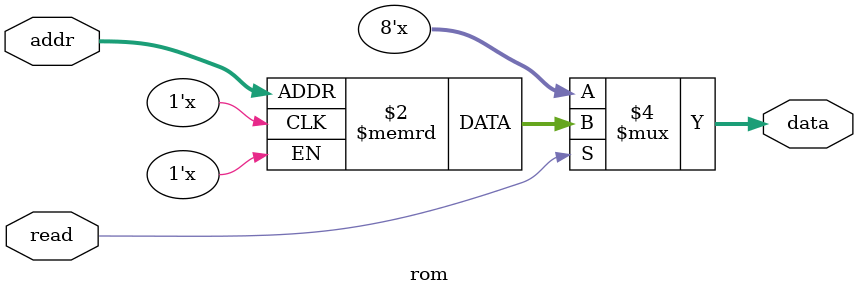
<source format=v>
module rom(addr, read, data);
input[4:0] addr;
input read;
output [7:0]data;
reg [7:0]data;
reg [7:0]memory[31:0];
//assign data=(read)?memory[addr]:8'bzzzzzzzz; 
always @(read or addr)
	if(read)
		data=memory[addr];
//initial
//	begin 	
//			memory[0]=8'b00000001;//ldac T1=14
//			memory[1]=8'b00001110;
//			memory[2]=8'b00000000;
//			memory[3]=8'b00000000;//nop
//			memory[4]=8'b00001000;//add
//			memory[5]=8'b00001010;//inc
//			memory[6]=8'b00000011;//movac
//			memory[7]=8'b00000001;//ldac T2=15
//			memory[8]=8'b00001111;
//			memory[9]=8'b00000000;
//			memory[10]=8'b00001001;//sub AC<-AC-R;
//			memory[11]=8'b00000111;//jpnz T3=16;
//			memory[12]=8'b00010000;
//			memory[13]=8'b00000000;
//			memory[14]=8'b00000100;//04h
//			memory[15]=8'b00001010;//10h 
//			memory[16]=8'b00000010;//stac T4=32 in ram
//			memory[17]=8'b00100000;
//			memory[18]=8'b00000000;	
//			memory[19]=8'b00000100;//movr
//			memory[20]=8'b00000110;//jmpz here z!=0,not jump
//			memory[21]=8'b00001000;
//			memory[22]=8'b01001000;
//			memory[23]=8'b00000001;//ldac T5=32;load ram
//			memory[24]=8'b00100000;
//			memory[25]=8'b00000000;
//			memory[26]=8'b00001111;//not
//			memory[27]=8'b00001100;//and
//			memory[28]=8'b00001011;//clac clear aluout put z=0
//			memory[29]=8'b00000110;//jmpz here z=0,jump to T6=0;
//			memory[30]=8'b00000000;
//			memory[31]=8'b00000000;
//			
//		
//
//			
//	end

endmodule
</source>
